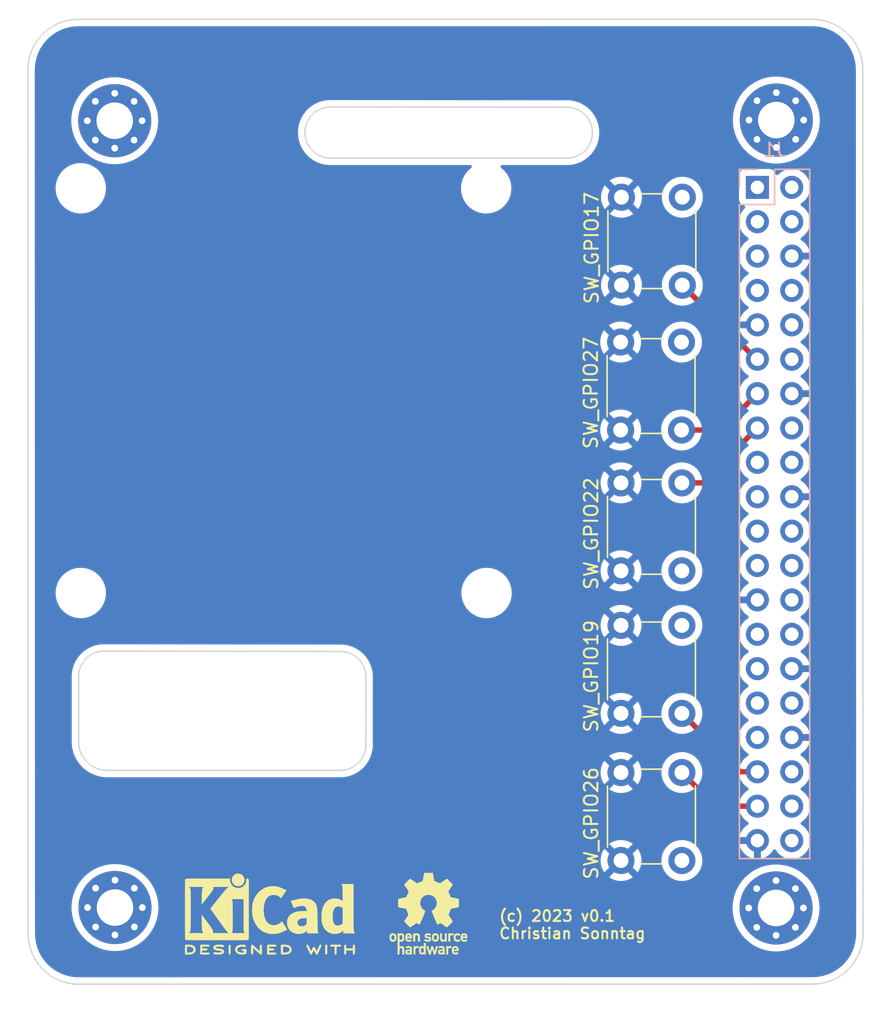
<source format=kicad_pcb>
(kicad_pcb (version 20211014) (generator pcbnew)
  (layers (0 "F.Cu" signal) (31 "B.Cu" signal) (34 "B.Paste" user) (35 "F.Paste" user) (36 "B.SilkS" user "B.Silkscreen") (37 "F.SilkS" user "F.Silkscreen") (38 "B.Mask" user) (39 "F.Mask" user) (44 "Edge.Cuts" user))
  (net 0 "")
  (net 1 "GPIO02")
  (net 2 "GPIO03")
  (net 3 "GND")
  (net 4 "GPIO04")
  (net 5 "GPIO14")
  (net 6 "GPIO15")
  (net 7 "GPIO17")
  (net 8 "GPIO18")
  (net 9 "GPIO27")
  (net 10 "GPIO22")
  (net 11 "GPIO23")
  (net 12 "GPIO24")
  (net 13 "GPIO10")
  (net 14 "GPIO09")
  (net 15 "GPIO25")
  (net 16 "GPIO11")
  (net 17 "GPIO08")
  (net 18 "GPIO07")
  (net 19 "GPIO00")
  (net 20 "GPIO01")
  (net 21 "GPIO05")
  (net 22 "GPIO06")
  (net 23 "GPIO12")
  (net 24 "GPIO13")
  (net 25 "GPIO19")
  (net 26 "GPIO16")
  (net 27 "GPIO26")
  (net 28 "GPIO20")
  (net 29 "GPIO21")
  (net 30 "3v3")
  (net 31 "5v")
  (footprint "Button_Switch_THT:SW_PUSH_6mm_H5mm" (layer "F.Cu") (at 101.3375 66.265 -90)
    (fp_text reference "SW3" hide)
    (fp_text value "SW_GPIO22" (at 3.75 6.7 -90) (layer "F.SilkS"))
    (pad "1" thru_hole circle (at 6.5 0) (size 2 2) (drill 1.1) (layers *.Cu *.Mask) (net 10 "GPIO22"))
    (pad "1" thru_hole circle (at 0 0) (size 2 2) (drill 1.1) (layers *.Cu *.Mask) (net 10 "GPIO22"))
    (pad "2" thru_hole circle (at 6.5 4.5) (size 2 2) (drill 1.1) (layers *.Cu *.Mask) (net 3 "GND"))
    (pad "2" thru_hole circle (at 0 4.5) (size 2 2) (drill 1.1) (layers *.Cu *.Mask) (net 3 "GND"))
  )
  (footprint "MountingHole:MountingHole_2.7mm_M2.5_Pad_Via" (layer "F.Cu") (at 59.43 97.64)
    (fp_text reference "H4" hide)
    (fp_text value "MountingHole" hide)
    (pad "1" thru_hole circle (at -1.431891 1.431891) (size 0.8 0.8) (drill 0.5) (layers *.Cu *.Mask))
    (pad "1" thru_hole circle (at -1.431891 -1.431891) (size 0.8 0.8) (drill 0.5) (layers *.Cu *.Mask))
    (pad "1" thru_hole circle (at 0 -2.025) (size 0.8 0.8) (drill 0.5) (layers *.Cu *.Mask))
    (pad "1" thru_hole circle (at 2.025 0) (size 0.8 0.8) (drill 0.5) (layers *.Cu *.Mask))
    (pad "1" thru_hole circle (at 1.431891 -1.431891) (size 0.8 0.8) (drill 0.5) (layers *.Cu *.Mask))
    (pad "1" thru_hole circle (at -2.025 0) (size 0.8 0.8) (drill 0.5) (layers *.Cu *.Mask))
    (pad "1" thru_hole circle (at 0 2.025) (size 0.8 0.8) (drill 0.5) (layers *.Cu *.Mask))
    (pad "1" thru_hole circle (at 0 0) (size 5.4 5.4) (drill 2.7) (layers *.Cu *.Mask))
    (pad "1" thru_hole circle (at 1.431891 1.431891) (size 0.8 0.8) (drill 0.5) (layers *.Cu *.Mask))
  )
  (footprint "Symbol:KiCad-Logo2_5mm_SilkScreen" (layer "F.Cu") (at 70.88 98.11)
    (fp_text reference "REF**" hide)
    (fp_text value "KiCad-Logo2_5mm_SilkScreen" hide)
  )
  (footprint "MountingHole:MountingHole_2.7mm" (layer "F.Cu") (at 56.9 74.32)
    (fp_text reference "H8" hide)
    (fp_text value "MountingHole" hide)
    (pad "" np_thru_hole circle (at 0 0.08) (size 2.7 2.7) (drill 2.7) (layers F&B.Cu *.Mask))
  )
  (footprint "MountingHole:MountingHole_2.7mm_M2.5_Pad_Via" (layer "F.Cu") (at 108.3 97.67)
    (fp_text reference "H3" hide)
    (fp_text value "MountingHole" hide)
    (pad "1" thru_hole circle (at -1.431891 1.431891) (size 0.8 0.8) (drill 0.5) (layers *.Cu *.Mask))
    (pad "1" thru_hole circle (at 1.431891 -1.431891) (size 0.8 0.8) (drill 0.5) (layers *.Cu *.Mask))
    (pad "1" thru_hole circle (at 0 -2.025) (size 0.8 0.8) (drill 0.5) (layers *.Cu *.Mask))
    (pad "1" thru_hole circle (at -1.431891 -1.431891) (size 0.8 0.8) (drill 0.5) (layers *.Cu *.Mask))
    (pad "1" thru_hole circle (at 1.431891 1.431891) (size 0.8 0.8) (drill 0.5) (layers *.Cu *.Mask))
    (pad "1" thru_hole circle (at 0 0) (size 5.4 5.4) (drill 2.7) (layers *.Cu *.Mask))
    (pad "1" thru_hole circle (at 2.025 0) (size 0.8 0.8) (drill 0.5) (layers *.Cu *.Mask))
    (pad "1" thru_hole circle (at -2.025 0) (size 0.8 0.8) (drill 0.5) (layers *.Cu *.Mask))
    (pad "1" thru_hole circle (at 0 2.025) (size 0.8 0.8) (drill 0.5) (layers *.Cu *.Mask))
  )
  (footprint "Symbol:OSHW-Logo_5.7x6mm_SilkScreen" (layer "F.Cu") (at 82.6 98.09)
    (fp_text reference "REF**" hide)
    (fp_text value "OSHW-Logo_5.7x6mm_SilkScreen" hide)
  )
  (footprint "MountingHole:MountingHole_2.7mm_M2.5_Pad_Via" (layer "F.Cu") (at 59.41 39.51)
    (fp_text reference "H1" hide)
    (fp_text value "MountingHole" hide)
    (pad "1" thru_hole circle (at 1.431891 1.431891) (size 0.8 0.8) (drill 0.5) (layers *.Cu *.Mask))
    (pad "1" thru_hole circle (at -2.025 0) (size 0.8 0.8) (drill 0.5) (layers *.Cu *.Mask))
    (pad "1" thru_hole circle (at 1.431891 -1.431891) (size 0.8 0.8) (drill 0.5) (layers *.Cu *.Mask))
    (pad "1" thru_hole circle (at 0 0) (size 5.4 5.4) (drill 2.7) (layers *.Cu *.Mask))
    (pad "1" thru_hole circle (at -1.431891 1.431891) (size 0.8 0.8) (drill 0.5) (layers *.Cu *.Mask))
    (pad "1" thru_hole circle (at -1.431891 -1.431891) (size 0.8 0.8) (drill 0.5) (layers *.Cu *.Mask))
    (pad "1" thru_hole circle (at 0 2.025) (size 0.8 0.8) (drill 0.5) (layers *.Cu *.Mask))
    (pad "1" thru_hole circle (at 2.025 0) (size 0.8 0.8) (drill 0.5) (layers *.Cu *.Mask))
    (pad "1" thru_hole circle (at 0 -2.025) (size 0.8 0.8) (drill 0.5) (layers *.Cu *.Mask))
  )
  (footprint "MountingHole:MountingHole_2.7mm" (layer "F.Cu") (at 56.9 44.42)
    (fp_text reference "H6" hide)
    (fp_text value "MountingHole" hide)
    (pad "" np_thru_hole circle (at 0 0.08) (size 2.7 2.7) (drill 2.7) (layers F&B.Cu *.Mask))
  )
  (footprint "Button_Switch_THT:SW_PUSH_6mm_H5mm" (layer "F.Cu") (at 101.37 45.16 -90)
    (fp_text reference "SW5" hide)
    (fp_text value "SW_GPIO17" (at 3.75 6.7 -90) (layer "F.SilkS"))
    (pad "1" thru_hole circle (at 6.5 0) (size 2 2) (drill 1.1) (layers *.Cu *.Mask) (net 7 "GPIO17"))
    (pad "1" thru_hole circle (at 0 0) (size 2 2) (drill 1.1) (layers *.Cu *.Mask) (net 7 "GPIO17"))
    (pad "2" thru_hole circle (at 0 4.5) (size 2 2) (drill 1.1) (layers *.Cu *.Mask) (net 3 "GND"))
    (pad "2" thru_hole circle (at 6.5 4.5) (size 2 2) (drill 1.1) (layers *.Cu *.Mask) (net 3 "GND"))
  )
  (footprint "Button_Switch_THT:SW_PUSH_6mm_H5mm" (layer "F.Cu") (at 101.3375 76.795 -90)
    (fp_text reference "SW2" hide)
    (fp_text value "SW_GPIO19" (at 3.75 6.7 -90) (layer "F.SilkS"))
    (pad "1" thru_hole circle (at 6.5 0) (size 2 2) (drill 1.1) (layers *.Cu *.Mask) (net 25 "GPIO19"))
    (pad "1" thru_hole circle (at 0 0) (size 2 2) (drill 1.1) (layers *.Cu *.Mask) (net 25 "GPIO19"))
    (pad "2" thru_hole circle (at 0 4.5) (size 2 2) (drill 1.1) (layers *.Cu *.Mask) (net 3 "GND"))
    (pad "2" thru_hole circle (at 6.5 4.5) (size 2 2) (drill 1.1) (layers *.Cu *.Mask) (net 3 "GND"))
  )
  (footprint "MountingHole:MountingHole_2.7mm" (layer "F.Cu") (at 86.9 74.28)
    (fp_text reference "H7" hide)
    (fp_text value "MountingHole" hide)
    (pad "" np_thru_hole circle (at 0 0.12) (size 2.7 2.7) (drill 2.7) (layers F&B.Cu *.Mask))
  )
  (footprint "Button_Switch_THT:SW_PUSH_6mm_H5mm" (layer "F.Cu") (at 101.3375 87.665 -90)
    (fp_text reference "SW1" hide)
    (fp_text value "SW_GPIO26" (at 3.75 6.7 -90) (layer "F.SilkS"))
    (pad "1" thru_hole circle (at 0 0) (size 2 2) (drill 1.1) (layers *.Cu *.Mask) (net 27 "GPIO26"))
    (pad "1" thru_hole circle (at 6.5 0) (size 2 2) (drill 1.1) (layers *.Cu *.Mask) (net 27 "GPIO26"))
    (pad "2" thru_hole circle (at 0 4.5) (size 2 2) (drill 1.1) (layers *.Cu *.Mask) (net 3 "GND"))
    (pad "2" thru_hole circle (at 6.5 4.5) (size 2 2) (drill 1.1) (layers *.Cu *.Mask) (net 3 "GND"))
  )
  (footprint "MountingHole:MountingHole_2.7mm_M2.5_Pad_Via" (layer "F.Cu") (at 108.32 39.46)
    (fp_text reference "H2" hide)
    (fp_text value "MountingHole" hide)
    (pad "1" thru_hole circle (at 1.431891 1.431891) (size 0.8 0.8) (drill 0.5) (layers *.Cu *.Mask))
    (pad "1" thru_hole circle (at 2.025 0) (size 0.8 0.8) (drill 0.5) (layers *.Cu *.Mask))
    (pad "1" thru_hole circle (at -1.431891 -1.431891) (size 0.8 0.8) (drill 0.5) (layers *.Cu *.Mask))
    (pad "1" thru_hole circle (at -1.431891 1.431891) (size 0.8 0.8) (drill 0.5) (layers *.Cu *.Mask))
    (pad "1" thru_hole circle (at 1.431891 -1.431891) (size 0.8 0.8) (drill 0.5) (layers *.Cu *.Mask))
    (pad "1" thru_hole circle (at -2.025 0) (size 0.8 0.8) (drill 0.5) (layers *.Cu *.Mask))
    (pad "1" thru_hole circle (at 0 -2.025) (size 0.8 0.8) (drill 0.5) (layers *.Cu *.Mask))
    (pad "1" thru_hole circle (at 0 0) (size 5.4 5.4) (drill 2.7) (layers *.Cu *.Mask))
    (pad "1" thru_hole circle (at 0 2.025) (size 0.8 0.8) (drill 0.5) (layers *.Cu *.Mask))
  )
  (footprint "MountingHole:MountingHole_2.7mm" (layer "F.Cu") (at 86.87 44.4)
    (fp_text reference "H5" hide)
    (fp_text value "MountingHole" hide)
    (pad "" np_thru_hole circle (at 0 0.1) (size 2.7 2.7) (drill 2.7) (layers F&B.Cu *.Mask))
  )
  (footprint "Button_Switch_THT:SW_PUSH_6mm_H5mm" (layer "F.Cu") (at 101.31 55.86 -90)
    (fp_text reference "SW4" hide)
    (fp_text value "SW_GPIO27" (at 3.75 6.7 -90) (layer "F.SilkS"))
    (pad "1" thru_hole circle (at 6.5 0) (size 2 2) (drill 1.1) (layers *.Cu *.Mask) (net 9 "GPIO27"))
    (pad "1" thru_hole circle (at 0 0) (size 2 2) (drill 1.1) (layers *.Cu *.Mask) (net 9 "GPIO27"))
    (pad "2" thru_hole circle (at 6.5 4.5) (size 2 2) (drill 1.1) (layers *.Cu *.Mask) (net 3 "GND"))
    (pad "2" thru_hole circle (at 0 4.5) (size 2 2) (drill 1.1) (layers *.Cu *.Mask) (net 3 "GND"))
  )
  (footprint "Connector_PinSocket_2.54mm:PinSocket_2x20_P2.54mm_Vertical" (layer "B.Cu") (at 106.92 44.43 180)
    (fp_text reference "J1" (at -1.27 2.77) (layer "B.SilkS") (effects (justify mirror)))
    (fp_text value "Raspberry_Pi_2_3")
    (pad "1" thru_hole rect (at 0 0 180) (size 1.7 1.7) (drill 1) (layers *.Cu *.Mask) (net 30 "3v3"))
    (pad "2" thru_hole oval (at -2.54 0 180) (size 1.7 1.7) (drill 1) (layers *.Cu *.Mask) (net 31 "5v"))
    (pad "3" thru_hole oval (at 0 -2.54 180) (size 1.7 1.7) (drill 1) (layers *.Cu *.Mask) (net 1 "GPIO02"))
    (pad "4" thru_hole oval (at -2.54 -2.54 180) (size 1.7 1.7) (drill 1) (layers *.Cu *.Mask) (net 31 "5v"))
    (pad "5" thru_hole oval (at 0 -5.08 180) (size 1.7 1.7) (drill 1) (layers *.Cu *.Mask) (net 2 "GPIO03"))
    (pad "6" thru_hole oval (at -2.54 -5.08 180) (size 1.7 1.7) (drill 1) (layers *.Cu *.Mask) (net 3 "GND"))
    (pad "7" thru_hole oval (at 0 -7.62 180) (size 1.7 1.7) (drill 1) (layers *.Cu *.Mask) (net 4 "GPIO04"))
    (pad "8" thru_hole oval (at -2.54 -7.62 180) (size 1.7 1.7) (drill 1) (layers *.Cu *.Mask) (net 5 "GPIO14"))
    (pad "9" thru_hole oval (at 0 -10.16 180) (size 1.7 1.7) (drill 1) (layers *.Cu *.Mask) (net 3 "GND"))
    (pad "10" thru_hole oval (at -2.54 -10.16 180) (size 1.7 1.7) (drill 1) (layers *.Cu *.Mask) (net 6 "GPIO15"))
    (pad "11" thru_hole oval (at 0 -12.7 180) (size 1.7 1.7) (drill 1) (layers *.Cu *.Mask) (net 7 "GPIO17"))
    (pad "12" thru_hole oval (at -2.54 -12.7 180) (size 1.7 1.7) (drill 1) (layers *.Cu *.Mask) (net 8 "GPIO18"))
    (pad "13" thru_hole oval (at 0 -15.24 180) (size 1.7 1.7) (drill 1) (layers *.Cu *.Mask) (net 9 "GPIO27"))
    (pad "14" thru_hole oval (at -2.54 -15.24 180) (size 1.7 1.7) (drill 1) (layers *.Cu *.Mask) (net 3 "GND"))
    (pad "15" thru_hole oval (at 0 -17.78 180) (size 1.7 1.7) (drill 1) (layers *.Cu *.Mask) (net 10 "GPIO22"))
    (pad "16" thru_hole oval (at -2.54 -17.78 180) (size 1.7 1.7) (drill 1) (layers *.Cu *.Mask) (net 11 "GPIO23"))
    (pad "17" thru_hole oval (at 0 -20.32 180) (size 1.7 1.7) (drill 1) (layers *.Cu *.Mask) (net 30 "3v3"))
    (pad "18" thru_hole oval (at -2.54 -20.32 180) (size 1.7 1.7) (drill 1) (layers *.Cu *.Mask) (net 12 "GPIO24"))
    (pad "19" thru_hole oval (at 0 -22.86 180) (size 1.7 1.7) (drill 1) (layers *.Cu *.Mask) (net 13 "GPIO10"))
    (pad "20" thru_hole oval (at -2.54 -22.86 180) (size 1.7 1.7) (drill 1) (layers *.Cu *.Mask) (net 3 "GND"))
    (pad "21" thru_hole oval (at 0 -25.4 180) (size 1.7 1.7) (drill 1) (layers *.Cu *.Mask) (net 14 "GPIO09"))
    (pad "22" thru_hole oval (at -2.54 -25.4 180) (size 1.7 1.7) (drill 1) (layers *.Cu *.Mask) (net 15 "GPIO25"))
    (pad "23" thru_hole oval (at 0 -27.94 180) (size 1.7 1.7) (drill 1) (layers *.Cu *.Mask) (net 16 "GPIO11"))
    (pad "24" thru_hole oval (at -2.54 -27.94 180) (size 1.7 1.7) (drill 1) (layers *.Cu *.Mask) (net 17 "GPIO08"))
    (pad "25" thru_hole oval (at 0 -30.48 180) (size 1.7 1.7) (drill 1) (layers *.Cu *.Mask) (net 3 "GND"))
    (pad "26" thru_hole oval (at -2.54 -30.48 180) (size 1.7 1.7) (drill 1) (layers *.Cu *.Mask) (net 18 "GPIO07"))
    (pad "27" thru_hole oval (at 0 -33.02 180) (size 1.7 1.7) (drill 1) (layers *.Cu *.Mask) (net 19 "GPIO00"))
    (pad "28" thru_hole oval (at -2.54 -33.02 180) (size 1.7 1.7) (drill 1) (layers *.Cu *.Mask) (net 20 "GPIO01"))
    (pad "29" thru_hole oval (at 0 -35.56 180) (size 1.7 1.7) (drill 1) (layers *.Cu *.Mask) (net 21 "GPIO05"))
    (pad "30" thru_hole oval (at -2.54 -35.56 180) (size 1.7 1.7) (drill 1) (layers *.Cu *.Mask) (net 3 "GND"))
    (pad "31" thru_hole oval (at 0 -38.1 180) (size 1.7 1.7) (drill 1) (layers *.Cu *.Mask) (net 22 "GPIO06"))
    (pad "32" thru_hole oval (at -2.54 -38.1 180) (size 1.7 1.7) (drill 1) (layers *.Cu *.Mask) (net 23 "GPIO12"))
    (pad "33" thru_hole oval (at 0 -40.64 180) (size 1.7 1.7) (drill 1) (layers *.Cu *.Mask) (net 24 "GPIO13"))
    (pad "34" thru_hole oval (at -2.54 -40.64 180) (size 1.7 1.7) (drill 1) (layers *.Cu *.Mask) (net 3 "GND"))
    (pad "35" thru_hole oval (at 0 -43.18 180) (size 1.7 1.7) (drill 1) (layers *.Cu *.Mask) (net 25 "GPIO19"))
    (pad "36" thru_hole oval (at -2.54 -43.18 180) (size 1.7 1.7) (drill 1) (layers *.Cu *.Mask) (net 26 "GPIO16"))
    (pad "37" thru_hole oval (at 0 -45.72 180) (size 1.7 1.7) (drill 1) (layers *.Cu *.Mask) (net 27 "GPIO26"))
    (pad "38" thru_hole oval (at -2.54 -45.72 180) (size 1.7 1.7) (drill 1) (layers *.Cu *.Mask) (net 28 "GPIO20"))
    (pad "39" thru_hole oval (at 0 -48.26 180) (size 1.7 1.7) (drill 1) (layers *.Cu *.Mask) (net 3 "GND"))
    (pad "40" thru_hole oval (at -2.54 -48.26 180) (size 1.7 1.7) (drill 1) (layers *.Cu *.Mask) (net 29 "GPIO21"))
  )
  (gr_arc (start 58.863767 87.502841) (mid 57.354661 86.874662) (end 56.74 85.36) (layer "Edge.Cuts") (width 0.1))
  (gr_arc (start 52.99 35.82) (mid 54.058286 33.137963) (end 56.72 32.02) (layer "Edge.Cuts") (width 0.1))
  (gr_line (start 53.008335 99.587778) (end 52.99 35.82) (layer "Edge.Cuts") (width 0.1))
  (gr_arc (start 110.941388 32.018122) (mid 113.605721 33.096356) (end 114.71 35.75) (layer "Edge.Cuts") (width 0.1))
  (gr_line (start 77.98 80.53) (end 77.976196 85.600909) (layer "Edge.Cuts") (width 0.1))
  (gr_arc (start 56.74 80.56) (mid 57.294106 79.247058) (end 58.61 78.7) (layer "Edge.Cuts") (width 0.1))
  (gr_line (start 58.61 78.7) (end 76.08 78.72) (layer "Edge.Cuts") (width 0.1))
  (gr_arc (start 77.976196 85.600909) (mid 77.424841 86.945953) (end 76.082077 87.502841) (layer "Edge.Cuts") (width 0.1))
  (gr_line (start 75.35 38.49) (end 92.82 38.51) (layer "Edge.Cuts") (width 0.1))
  (gr_line (start 75.352077 42.271931) (end 92.822077 42.271931) (layer "Edge.Cuts") (width 0.1))
  (gr_arc (start 56.79 103.3) (mid 54.12418 102.233374) (end 53.008335 99.587778) (layer "Edge.Cuts") (width 0.1))
  (gr_line (start 114.71 35.75) (end 114.73 99.5) (layer "Edge.Cuts") (width 0.1))
  (gr_line (start 58.863767 87.502841) (end 76.082077 87.502841) (layer "Edge.Cuts") (width 0.1))
  (gr_arc (start 76.08 78.72) (mid 77.397391 79.239341) (end 77.98 80.53) (layer "Edge.Cuts") (width 0.1))
  (gr_arc (start 92.82 38.51) (mid 94.720122 40.389916) (end 92.822077 42.271931) (layer "Edge.Cuts") (width 0.1))
  (gr_line (start 56.74 80.56) (end 56.74 85.36) (layer "Edge.Cuts") (width 0.1))
  (gr_arc (start 75.352077 42.271931) (mid 73.469026 40.381999) (end 75.35 38.49) (layer "Edge.Cuts") (width 0.1))
  (gr_arc (start 114.73 99.5) (mid 113.666939 102.172266) (end 111.017778 103.291665) (layer "Edge.Cuts") (width 0.1))
  (gr_line (start 111.017778 103.291665) (end 56.79 103.3) (layer "Edge.Cuts") (width 0.1))
  (gr_line (start 56.72 32.02) (end 110.941388 32.018122) (layer "Edge.Cuts") (width 0.1))
  (gr_text "(c) 2023 v0.1\nChristian Sonntag" (at 87.75 98.91) (layer "F.SilkS") (effects (font (size 0.8 0.8)) (justify left)))
  (segment (start 106.84 57.13) (end 106.92 57.13) (width 0.4) (layer "F.Cu") (net 7))
  (segment (start 101.37 51.66) (end 106.84 57.13) (width 0.4) (layer "F.Cu") (net 7))
  (segment (start 101.31 62.36) (end 104.23 62.36) (width 0.4) (layer "F.Cu") (net 9))
  (segment (start 104.23 62.36) (end 106.92 59.67) (width 0.4) (layer "F.Cu") (net 9))
  (segment (start 101.3375 66.265) (end 102.865 66.265) (width 0.4) (layer "F.Cu") (net 10))
  (segment (start 102.865 66.265) (end 106.92 62.21) (width 0.4) (layer "F.Cu") (net 10))
  (segment (start 105.6525 87.61) (end 106.92 87.61) (width 0.4) (layer "F.Cu") (net 25))
  (segment (start 101.3375 83.295) (end 105.6525 87.61) (width 0.4) (layer "F.Cu") (net 25))
  (segment (start 103.8225 90.15) (end 106.92 90.15) (width 0.4) (layer "F.Cu") (net 27))
  (segment (start 101.3375 87.665) (end 103.8225 90.15) (width 0.4) (layer "F.Cu") (net 27))
  (zone (net 3) (net_name "GND") (layer "B.Cu") (connect_pads (clearance 0.508)) (min_thickness 0.254) (fill yes (thermal_gap 0.508) (thermal_bridge_width 0.508))
    (polygon (pts (xy 116.72 105.63) (xy 50.93 106.28) (xy 51.83 30.59) (xy 51.75 30.59) (xy 116.96 30.68)))
  )
)
</source>
